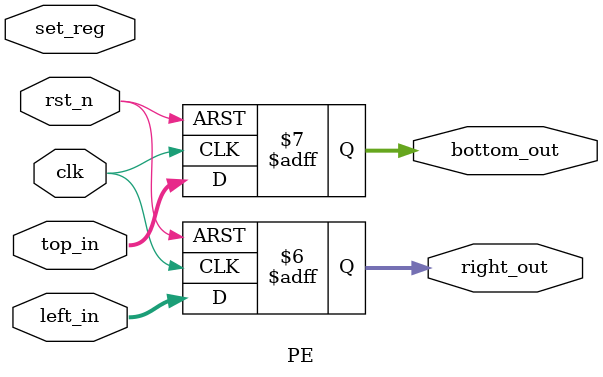
<source format=v>
module PE #( parameter DATA_WIDTH = 8) (
	input clk,
	input rst_n,
	input set_reg,
	input  [DATA_WIDTH - 1 : 0]  top_in,
	input  [DATA_WIDTH - 1 : 0]  left_in,
	output reg [DATA_WIDTH - 1 : 0]  right_out,
	output reg [DATA_WIDTH - 1 : 0]  bottom_out
);

reg  [DATA_WIDTH*2 - 1 : 0] result;
wire [DATA_WIDTH*2 - 1 : 0] sum;

always @(posedge clk or negedge rst_n) begin
	if(!rst_n) begin
		result     <= 16'b0;
		right_out  <= 8'b0 ;
		bottom_out <= 8'b0 ;
	end
	else begin
		result     <= (set_reg) ? result + sum : result;
		right_out  <= left_in;
		bottom_out <= top_in;
	end
end
assign sum = top_in * left_in;
endmodule
	
	



</source>
